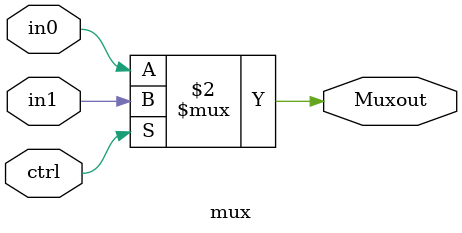
<source format=v>
`timescale 1ns / 1ps


module mux(
input in0,
input in1,
output Muxout,
input ctrl
    );
    
 assign Muxout = (ctrl==1) ? in1 : in0;   
    
    
endmodule

</source>
